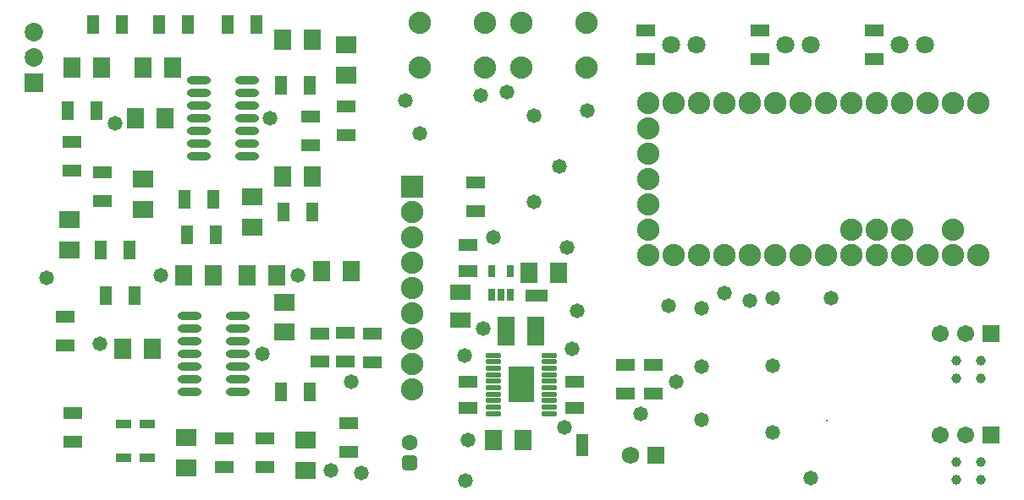
<source format=gts>
G04 Layer_Color=20142*
%FSAX24Y24*%
%MOIN*%
G70*
G01*
G75*
%ADD10C,0.0100*%
%ADD57R,0.0500X0.0900*%
%ADD58R,0.0900X0.0500*%
%ADD59C,0.0395*%
G04:AMPARAMS|DCode=60|XSize=28mil|YSize=48mil|CornerRadius=9mil|HoleSize=0mil|Usage=FLASHONLY|Rotation=270.000|XOffset=0mil|YOffset=0mil|HoleType=Round|Shape=RoundedRectangle|*
%AMROUNDEDRECTD60*
21,1,0.0280,0.0300,0,0,270.0*
21,1,0.0100,0.0480,0,0,270.0*
1,1,0.0180,-0.0150,-0.0050*
1,1,0.0180,-0.0150,0.0050*
1,1,0.0180,0.0150,0.0050*
1,1,0.0180,0.0150,-0.0050*
%
%ADD60ROUNDEDRECTD60*%
G04:AMPARAMS|DCode=61|XSize=28mil|YSize=48mil|CornerRadius=9mil|HoleSize=0mil|Usage=FLASHONLY|Rotation=180.000|XOffset=0mil|YOffset=0mil|HoleType=Round|Shape=RoundedRectangle|*
%AMROUNDEDRECTD61*
21,1,0.0280,0.0300,0,0,180.0*
21,1,0.0100,0.0480,0,0,180.0*
1,1,0.0180,-0.0050,0.0150*
1,1,0.0180,0.0050,0.0150*
1,1,0.0180,0.0050,-0.0150*
1,1,0.0180,-0.0050,-0.0150*
%
%ADD61ROUNDEDRECTD61*%
%ADD62R,0.0828X0.0671*%
%ADD63O,0.0946X0.0316*%
%ADD64R,0.0789X0.0592*%
%ADD65R,0.0749X0.0513*%
%ADD66R,0.0730X0.0513*%
%ADD67R,0.0671X0.1182*%
%ADD68R,0.0671X0.0828*%
%ADD69R,0.0513X0.0730*%
%ADD70R,0.0612X0.0336*%
%ADD71R,0.0316X0.0513*%
%ADD72O,0.0631X0.0218*%
%ADD73R,0.1025X0.1411*%
G04:AMPARAMS|DCode=74|XSize=63.1mil|YSize=63.1mil|CornerRadius=20.5mil|HoleSize=0mil|Usage=FLASHONLY|Rotation=270.000|XOffset=0mil|YOffset=0mil|HoleType=Round|Shape=RoundedRectangle|*
%AMROUNDEDRECTD74*
21,1,0.0631,0.0220,0,0,270.0*
21,1,0.0220,0.0631,0,0,270.0*
1,1,0.0411,-0.0110,-0.0110*
1,1,0.0411,-0.0110,0.0110*
1,1,0.0411,0.0110,0.0110*
1,1,0.0411,0.0110,-0.0110*
%
%ADD74ROUNDEDRECTD74*%
%ADD75C,0.0631*%
%ADD76C,0.0710*%
%ADD77R,0.0671X0.0671*%
%ADD78C,0.0671*%
%ADD79C,0.0880*%
%ADD80R,0.0880X0.0880*%
%ADD81C,0.0730*%
%ADD82R,0.0730X0.0730*%
%ADD83R,0.0680X0.0680*%
%ADD84C,0.0680*%
%ADD85C,0.0580*%
%ADD86C,0.0277*%
D10*
X041740Y024870D02*
G03*
X041740Y024870I-000010J000000D01*
G01*
D57*
X032100Y023900D02*
D03*
D58*
X030300Y029800D02*
D03*
D59*
X046825Y022556D02*
D03*
Y023226D02*
D03*
X047793Y022556D02*
D03*
Y023226D02*
D03*
X046825Y026556D02*
D03*
Y027226D02*
D03*
X047793Y026556D02*
D03*
Y027226D02*
D03*
D60*
X032100Y024200D02*
D03*
Y023600D02*
D03*
Y023900D02*
D03*
D61*
X030600Y029800D02*
D03*
X030000D02*
D03*
X030300D02*
D03*
D62*
X016500Y023009D02*
D03*
Y024191D02*
D03*
X011900Y031609D02*
D03*
Y032791D02*
D03*
X022800Y038509D02*
D03*
Y039691D02*
D03*
X014800Y033209D02*
D03*
Y034391D02*
D03*
X019100Y032509D02*
D03*
Y033691D02*
D03*
X020360Y029541D02*
D03*
Y028359D02*
D03*
X021200Y022909D02*
D03*
Y024091D02*
D03*
D63*
X016655Y029000D02*
D03*
Y028500D02*
D03*
Y028000D02*
D03*
Y027500D02*
D03*
Y027000D02*
D03*
Y026500D02*
D03*
Y026000D02*
D03*
X018545Y029000D02*
D03*
Y028500D02*
D03*
Y028000D02*
D03*
Y027500D02*
D03*
Y027000D02*
D03*
Y026500D02*
D03*
Y026000D02*
D03*
X017005Y038300D02*
D03*
Y037800D02*
D03*
Y037300D02*
D03*
Y036800D02*
D03*
Y036300D02*
D03*
Y035800D02*
D03*
Y035300D02*
D03*
X018895Y038300D02*
D03*
Y037800D02*
D03*
Y037300D02*
D03*
Y036800D02*
D03*
Y036300D02*
D03*
Y035800D02*
D03*
Y035300D02*
D03*
D64*
X027300Y029951D02*
D03*
Y028849D02*
D03*
D65*
X027600Y030788D02*
D03*
Y031812D02*
D03*
X031800Y026412D02*
D03*
Y025388D02*
D03*
X027600Y026412D02*
D03*
Y025388D02*
D03*
D66*
X043600Y039139D02*
D03*
Y040261D02*
D03*
X039100Y039139D02*
D03*
Y040261D02*
D03*
X034600Y039139D02*
D03*
Y040261D02*
D03*
X027900Y033139D02*
D03*
Y034261D02*
D03*
X021400Y035739D02*
D03*
Y036861D02*
D03*
X013200Y033539D02*
D03*
Y034661D02*
D03*
X022800Y036139D02*
D03*
Y037261D02*
D03*
X012000Y034739D02*
D03*
Y035861D02*
D03*
X023840Y028311D02*
D03*
Y027189D02*
D03*
X022790Y027219D02*
D03*
Y028341D02*
D03*
X012050Y024039D02*
D03*
Y025161D02*
D03*
X011750Y027839D02*
D03*
Y028961D02*
D03*
X018000Y023039D02*
D03*
Y024161D02*
D03*
X019600Y024161D02*
D03*
Y023039D02*
D03*
X022900Y023639D02*
D03*
Y024761D02*
D03*
X021770Y027199D02*
D03*
Y028321D02*
D03*
X033800Y027061D02*
D03*
Y025939D02*
D03*
X034900Y027061D02*
D03*
Y025939D02*
D03*
D67*
X030291Y028400D02*
D03*
X029109D02*
D03*
D68*
X029791Y024100D02*
D03*
X028609D02*
D03*
X014809Y038800D02*
D03*
X015991D02*
D03*
X014509Y036800D02*
D03*
X015691D02*
D03*
X014009Y027700D02*
D03*
X015191D02*
D03*
X012009Y038800D02*
D03*
X013191D02*
D03*
X021491Y039900D02*
D03*
X020309D02*
D03*
X021491Y034500D02*
D03*
X020309D02*
D03*
X021839Y030760D02*
D03*
X023021D02*
D03*
X020091Y030600D02*
D03*
X018909D02*
D03*
X016409D02*
D03*
X017591D02*
D03*
X031191Y030700D02*
D03*
X030009D02*
D03*
D69*
X019261Y040500D02*
D03*
X018139D02*
D03*
X015439D02*
D03*
X016561D02*
D03*
X017661Y032200D02*
D03*
X016539D02*
D03*
X020339Y033100D02*
D03*
X021461D02*
D03*
X013961Y040500D02*
D03*
X012839D02*
D03*
X014261Y031600D02*
D03*
X013139D02*
D03*
X011839Y037100D02*
D03*
X012961D02*
D03*
X020239Y038100D02*
D03*
X021361D02*
D03*
X016439Y033600D02*
D03*
X017561D02*
D03*
X013339Y029800D02*
D03*
X014461D02*
D03*
X020239Y026000D02*
D03*
X021361D02*
D03*
D70*
X014028Y023400D02*
D03*
X014972D02*
D03*
Y024750D02*
D03*
X014028D02*
D03*
D71*
X028526Y029828D02*
D03*
X028900D02*
D03*
X029274D02*
D03*
Y030772D02*
D03*
X028526D02*
D03*
D72*
X028598Y027452D02*
D03*
Y027196D02*
D03*
Y026940D02*
D03*
Y026684D02*
D03*
Y026428D02*
D03*
Y026172D02*
D03*
Y025916D02*
D03*
Y025660D02*
D03*
Y025404D02*
D03*
Y025148D02*
D03*
X030802Y027452D02*
D03*
Y027196D02*
D03*
Y026940D02*
D03*
Y026684D02*
D03*
Y026428D02*
D03*
Y026172D02*
D03*
Y025916D02*
D03*
Y025660D02*
D03*
Y025404D02*
D03*
Y025148D02*
D03*
D73*
X029700Y026300D02*
D03*
D74*
X025300Y023213D02*
D03*
D75*
Y024000D02*
D03*
D76*
X045600Y039700D02*
D03*
X044600D02*
D03*
X041100D02*
D03*
X040100D02*
D03*
X036600D02*
D03*
X035600D02*
D03*
D77*
X048209Y024291D02*
D03*
Y028291D02*
D03*
D78*
X047209Y024291D02*
D03*
X046209D02*
D03*
X047209Y028291D02*
D03*
X046209D02*
D03*
D79*
X025400Y026100D02*
D03*
Y027100D02*
D03*
Y028100D02*
D03*
Y029100D02*
D03*
Y030100D02*
D03*
Y031100D02*
D03*
Y032100D02*
D03*
Y033100D02*
D03*
X025700Y038800D02*
D03*
X028259D02*
D03*
Y040572D02*
D03*
X025700D02*
D03*
X029700Y038800D02*
D03*
X032259D02*
D03*
Y040572D02*
D03*
X029700D02*
D03*
X047700Y037400D02*
D03*
X046700D02*
D03*
X045700D02*
D03*
X044700D02*
D03*
X043700D02*
D03*
X042700D02*
D03*
X041700D02*
D03*
Y031400D02*
D03*
X042700D02*
D03*
X045700D02*
D03*
X046700D02*
D03*
X047700D02*
D03*
X043700D02*
D03*
X044700D02*
D03*
X046700Y032400D02*
D03*
X044700D02*
D03*
X043700D02*
D03*
X042700D02*
D03*
X040700Y031400D02*
D03*
X039700D02*
D03*
X038700D02*
D03*
X037700D02*
D03*
X036700D02*
D03*
X035700D02*
D03*
X034700D02*
D03*
Y032400D02*
D03*
Y033400D02*
D03*
Y034400D02*
D03*
Y035400D02*
D03*
Y036400D02*
D03*
Y037400D02*
D03*
X035700D02*
D03*
X036700D02*
D03*
X037700D02*
D03*
X038700D02*
D03*
X039700D02*
D03*
X040700D02*
D03*
D80*
X025400Y034100D02*
D03*
D81*
X010500Y040200D02*
D03*
Y039200D02*
D03*
D82*
Y038200D02*
D03*
D83*
X035000Y023500D02*
D03*
D84*
X034000D02*
D03*
D85*
X023000Y026400D02*
D03*
X031900Y029200D02*
D03*
X028600Y032100D02*
D03*
X023400Y022800D02*
D03*
X028200Y028500D02*
D03*
X025141Y037491D02*
D03*
X025700Y036200D02*
D03*
X031200Y034900D02*
D03*
X038700Y029600D02*
D03*
X041100Y022600D02*
D03*
X041900Y029700D02*
D03*
X030200Y033500D02*
D03*
X027500Y022500D02*
D03*
X011000Y030500D02*
D03*
X019800Y036800D02*
D03*
X015500Y030600D02*
D03*
X020900D02*
D03*
X019500Y027500D02*
D03*
X013100Y027900D02*
D03*
X022200Y022900D02*
D03*
X027600Y024100D02*
D03*
X031700Y027700D02*
D03*
X027470Y027450D02*
D03*
X039600Y024400D02*
D03*
Y029700D02*
D03*
Y027050D02*
D03*
X035500Y029400D02*
D03*
X037700Y029900D02*
D03*
X031400Y024600D02*
D03*
X031500Y031700D02*
D03*
X034410Y025140D02*
D03*
X032300Y037100D02*
D03*
X029140Y037840D02*
D03*
X028100Y037700D02*
D03*
X030200Y036900D02*
D03*
X035800Y026400D02*
D03*
X036800Y029300D02*
D03*
Y024900D02*
D03*
Y027000D02*
D03*
X013700Y036600D02*
D03*
D86*
X029483Y026733D02*
D03*
X029917D02*
D03*
X029483Y026300D02*
D03*
X029917D02*
D03*
X029483Y025867D02*
D03*
X029917D02*
D03*
M02*

</source>
